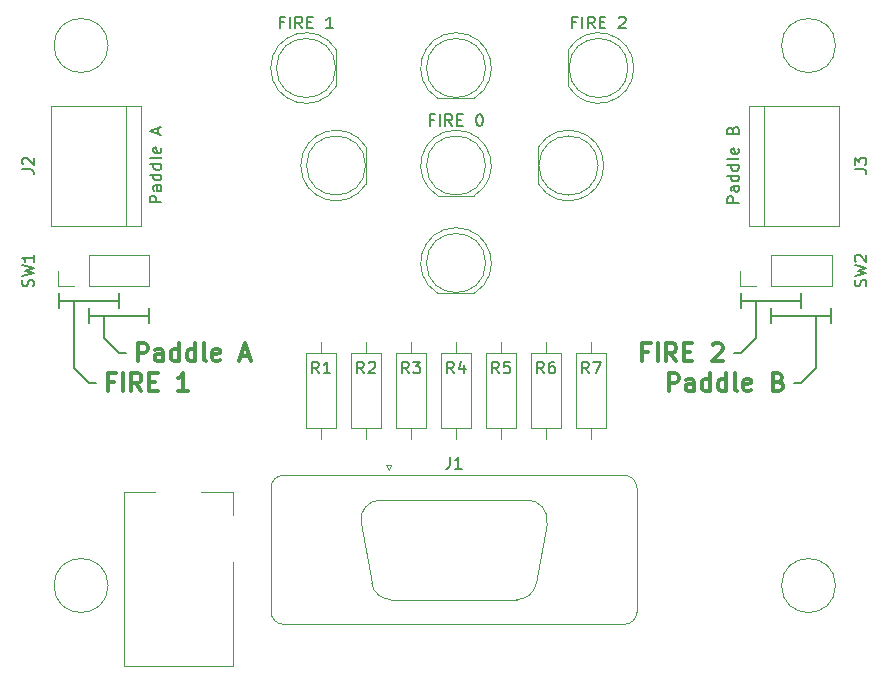
<source format=gto>
G04 #@! TF.FileFunction,Legend,Top*
%FSLAX46Y46*%
G04 Gerber Fmt 4.6, Leading zero omitted, Abs format (unit mm)*
G04 Created by KiCad (PCBNEW 4.0.7) date 11/06/18 16:24:10*
%MOMM*%
%LPD*%
G01*
G04 APERTURE LIST*
%ADD10C,0.100000*%
%ADD11C,0.200000*%
%ADD12C,0.300000*%
%ADD13C,0.120000*%
%ADD14C,0.150000*%
G04 APERTURE END LIST*
D10*
D11*
X158750000Y-90805000D02*
X158750000Y-93345000D01*
X152400000Y-92075000D02*
X151765000Y-92075000D01*
X153670000Y-90805000D02*
X152400000Y-92075000D01*
X153670000Y-87630000D02*
X153670000Y-90805000D01*
X158750000Y-88900000D02*
X158750000Y-90805000D01*
X158750000Y-93345000D02*
X157480000Y-94615000D01*
X157480000Y-94615000D02*
X156845000Y-94615000D01*
D12*
X144558572Y-91967857D02*
X144058572Y-91967857D01*
X144058572Y-92753571D02*
X144058572Y-91253571D01*
X144772858Y-91253571D01*
X145344286Y-92753571D02*
X145344286Y-91253571D01*
X146915715Y-92753571D02*
X146415715Y-92039286D01*
X146058572Y-92753571D02*
X146058572Y-91253571D01*
X146630000Y-91253571D01*
X146772858Y-91325000D01*
X146844286Y-91396429D01*
X146915715Y-91539286D01*
X146915715Y-91753571D01*
X146844286Y-91896429D01*
X146772858Y-91967857D01*
X146630000Y-92039286D01*
X146058572Y-92039286D01*
X147558572Y-91967857D02*
X148058572Y-91967857D01*
X148272858Y-92753571D02*
X147558572Y-92753571D01*
X147558572Y-91253571D01*
X148272858Y-91253571D01*
X149987143Y-91396429D02*
X150058572Y-91325000D01*
X150201429Y-91253571D01*
X150558572Y-91253571D01*
X150701429Y-91325000D01*
X150772858Y-91396429D01*
X150844286Y-91539286D01*
X150844286Y-91682143D01*
X150772858Y-91896429D01*
X149915715Y-92753571D01*
X150844286Y-92753571D01*
X146281429Y-95293571D02*
X146281429Y-93793571D01*
X146852857Y-93793571D01*
X146995715Y-93865000D01*
X147067143Y-93936429D01*
X147138572Y-94079286D01*
X147138572Y-94293571D01*
X147067143Y-94436429D01*
X146995715Y-94507857D01*
X146852857Y-94579286D01*
X146281429Y-94579286D01*
X148424286Y-95293571D02*
X148424286Y-94507857D01*
X148352857Y-94365000D01*
X148210000Y-94293571D01*
X147924286Y-94293571D01*
X147781429Y-94365000D01*
X148424286Y-95222143D02*
X148281429Y-95293571D01*
X147924286Y-95293571D01*
X147781429Y-95222143D01*
X147710000Y-95079286D01*
X147710000Y-94936429D01*
X147781429Y-94793571D01*
X147924286Y-94722143D01*
X148281429Y-94722143D01*
X148424286Y-94650714D01*
X149781429Y-95293571D02*
X149781429Y-93793571D01*
X149781429Y-95222143D02*
X149638572Y-95293571D01*
X149352858Y-95293571D01*
X149210000Y-95222143D01*
X149138572Y-95150714D01*
X149067143Y-95007857D01*
X149067143Y-94579286D01*
X149138572Y-94436429D01*
X149210000Y-94365000D01*
X149352858Y-94293571D01*
X149638572Y-94293571D01*
X149781429Y-94365000D01*
X151138572Y-95293571D02*
X151138572Y-93793571D01*
X151138572Y-95222143D02*
X150995715Y-95293571D01*
X150710001Y-95293571D01*
X150567143Y-95222143D01*
X150495715Y-95150714D01*
X150424286Y-95007857D01*
X150424286Y-94579286D01*
X150495715Y-94436429D01*
X150567143Y-94365000D01*
X150710001Y-94293571D01*
X150995715Y-94293571D01*
X151138572Y-94365000D01*
X152067144Y-95293571D02*
X151924286Y-95222143D01*
X151852858Y-95079286D01*
X151852858Y-93793571D01*
X153210000Y-95222143D02*
X153067143Y-95293571D01*
X152781429Y-95293571D01*
X152638572Y-95222143D01*
X152567143Y-95079286D01*
X152567143Y-94507857D01*
X152638572Y-94365000D01*
X152781429Y-94293571D01*
X153067143Y-94293571D01*
X153210000Y-94365000D01*
X153281429Y-94507857D01*
X153281429Y-94650714D01*
X152567143Y-94793571D01*
X155567143Y-94507857D02*
X155781429Y-94579286D01*
X155852857Y-94650714D01*
X155924286Y-94793571D01*
X155924286Y-95007857D01*
X155852857Y-95150714D01*
X155781429Y-95222143D01*
X155638571Y-95293571D01*
X155067143Y-95293571D01*
X155067143Y-93793571D01*
X155567143Y-93793571D01*
X155710000Y-93865000D01*
X155781429Y-93936429D01*
X155852857Y-94079286D01*
X155852857Y-94222143D01*
X155781429Y-94365000D01*
X155710000Y-94436429D01*
X155567143Y-94507857D01*
X155067143Y-94507857D01*
D11*
X160020000Y-88900000D02*
X160020000Y-89535000D01*
X160020000Y-88900000D02*
X160020000Y-88265000D01*
X154940000Y-88900000D02*
X160020000Y-88900000D01*
X154940000Y-88265000D02*
X154940000Y-89535000D01*
X152400000Y-86995000D02*
X152400000Y-88265000D01*
X157480000Y-87630000D02*
X157480000Y-88265000D01*
X157480000Y-87630000D02*
X157480000Y-86995000D01*
X152400000Y-87630000D02*
X157480000Y-87630000D01*
X95885000Y-93345000D02*
X95885000Y-92710000D01*
D12*
X101322143Y-92753571D02*
X101322143Y-91253571D01*
X101893571Y-91253571D01*
X102036429Y-91325000D01*
X102107857Y-91396429D01*
X102179286Y-91539286D01*
X102179286Y-91753571D01*
X102107857Y-91896429D01*
X102036429Y-91967857D01*
X101893571Y-92039286D01*
X101322143Y-92039286D01*
X103465000Y-92753571D02*
X103465000Y-91967857D01*
X103393571Y-91825000D01*
X103250714Y-91753571D01*
X102965000Y-91753571D01*
X102822143Y-91825000D01*
X103465000Y-92682143D02*
X103322143Y-92753571D01*
X102965000Y-92753571D01*
X102822143Y-92682143D01*
X102750714Y-92539286D01*
X102750714Y-92396429D01*
X102822143Y-92253571D01*
X102965000Y-92182143D01*
X103322143Y-92182143D01*
X103465000Y-92110714D01*
X104822143Y-92753571D02*
X104822143Y-91253571D01*
X104822143Y-92682143D02*
X104679286Y-92753571D01*
X104393572Y-92753571D01*
X104250714Y-92682143D01*
X104179286Y-92610714D01*
X104107857Y-92467857D01*
X104107857Y-92039286D01*
X104179286Y-91896429D01*
X104250714Y-91825000D01*
X104393572Y-91753571D01*
X104679286Y-91753571D01*
X104822143Y-91825000D01*
X106179286Y-92753571D02*
X106179286Y-91253571D01*
X106179286Y-92682143D02*
X106036429Y-92753571D01*
X105750715Y-92753571D01*
X105607857Y-92682143D01*
X105536429Y-92610714D01*
X105465000Y-92467857D01*
X105465000Y-92039286D01*
X105536429Y-91896429D01*
X105607857Y-91825000D01*
X105750715Y-91753571D01*
X106036429Y-91753571D01*
X106179286Y-91825000D01*
X107107858Y-92753571D02*
X106965000Y-92682143D01*
X106893572Y-92539286D01*
X106893572Y-91253571D01*
X108250714Y-92682143D02*
X108107857Y-92753571D01*
X107822143Y-92753571D01*
X107679286Y-92682143D01*
X107607857Y-92539286D01*
X107607857Y-91967857D01*
X107679286Y-91825000D01*
X107822143Y-91753571D01*
X108107857Y-91753571D01*
X108250714Y-91825000D01*
X108322143Y-91967857D01*
X108322143Y-92110714D01*
X107607857Y-92253571D01*
X110036428Y-92325000D02*
X110750714Y-92325000D01*
X109893571Y-92753571D02*
X110393571Y-91253571D01*
X110893571Y-92753571D01*
D11*
X99695000Y-92075000D02*
X100330000Y-92075000D01*
X98425000Y-90805000D02*
X99695000Y-92075000D01*
X98425000Y-88900000D02*
X98425000Y-90805000D01*
D12*
X99282143Y-94507857D02*
X98782143Y-94507857D01*
X98782143Y-95293571D02*
X98782143Y-93793571D01*
X99496429Y-93793571D01*
X100067857Y-95293571D02*
X100067857Y-93793571D01*
X101639286Y-95293571D02*
X101139286Y-94579286D01*
X100782143Y-95293571D02*
X100782143Y-93793571D01*
X101353571Y-93793571D01*
X101496429Y-93865000D01*
X101567857Y-93936429D01*
X101639286Y-94079286D01*
X101639286Y-94293571D01*
X101567857Y-94436429D01*
X101496429Y-94507857D01*
X101353571Y-94579286D01*
X100782143Y-94579286D01*
X102282143Y-94507857D02*
X102782143Y-94507857D01*
X102996429Y-95293571D02*
X102282143Y-95293571D01*
X102282143Y-93793571D01*
X102996429Y-93793571D01*
X105567857Y-95293571D02*
X104710714Y-95293571D01*
X105139286Y-95293571D02*
X105139286Y-93793571D01*
X104996429Y-94007857D01*
X104853571Y-94150714D01*
X104710714Y-94222143D01*
D11*
X97155000Y-94615000D02*
X97790000Y-94615000D01*
X95885000Y-93345000D02*
X97155000Y-94615000D01*
X95885000Y-87630000D02*
X95885000Y-92710000D01*
X102235000Y-88265000D02*
X102235000Y-89535000D01*
X102235000Y-88900000D02*
X102235000Y-88265000D01*
X97155000Y-88900000D02*
X102235000Y-88900000D01*
X97155000Y-88265000D02*
X97155000Y-89535000D01*
X94615000Y-86995000D02*
X94615000Y-88265000D01*
X99695000Y-86995000D02*
X99695000Y-88265000D01*
X94615000Y-87630000D02*
X99695000Y-87630000D01*
D13*
X128270462Y-64955000D02*
G75*
G03X126725170Y-70505000I-462J-2990000D01*
G01*
X128269538Y-64955000D02*
G75*
G02X129814830Y-70505000I462J-2990000D01*
G01*
X130770000Y-67945000D02*
G75*
G03X130770000Y-67945000I-2500000J0D01*
G01*
X126725000Y-70505000D02*
X129815000Y-70505000D01*
X128270462Y-81465000D02*
G75*
G03X126725170Y-87015000I-462J-2990000D01*
G01*
X128269538Y-81465000D02*
G75*
G02X129814830Y-87015000I462J-2990000D01*
G01*
X130770000Y-84455000D02*
G75*
G03X130770000Y-84455000I-2500000J0D01*
G01*
X126725000Y-87015000D02*
X129815000Y-87015000D01*
X115120000Y-76199538D02*
G75*
G03X120670000Y-77744830I2990000J-462D01*
G01*
X115120000Y-76200462D02*
G75*
G02X120670000Y-74655170I2990000J462D01*
G01*
X120610000Y-76200000D02*
G75*
G03X120610000Y-76200000I-2500000J0D01*
G01*
X120670000Y-77745000D02*
X120670000Y-74655000D01*
X140785000Y-76200462D02*
G75*
G03X135235000Y-74655170I-2990000J462D01*
G01*
X140785000Y-76199538D02*
G75*
G02X135235000Y-77744830I-2990000J-462D01*
G01*
X140295000Y-76200000D02*
G75*
G03X140295000Y-76200000I-2500000J0D01*
G01*
X135235000Y-74655000D02*
X135235000Y-77745000D01*
X128270462Y-73210000D02*
G75*
G03X126725170Y-78760000I-462J-2990000D01*
G01*
X128269538Y-73210000D02*
G75*
G02X129814830Y-78760000I462J-2990000D01*
G01*
X130770000Y-76200000D02*
G75*
G03X130770000Y-76200000I-2500000J0D01*
G01*
X126725000Y-78760000D02*
X129815000Y-78760000D01*
X112580000Y-67944538D02*
G75*
G03X118130000Y-69489830I2990000J-462D01*
G01*
X112580000Y-67945462D02*
G75*
G02X118130000Y-66400170I2990000J462D01*
G01*
X118070000Y-67945000D02*
G75*
G03X118070000Y-67945000I-2500000J0D01*
G01*
X118130000Y-69490000D02*
X118130000Y-66400000D01*
X143325000Y-67945462D02*
G75*
G03X137775000Y-66400170I-2990000J462D01*
G01*
X143325000Y-67944538D02*
G75*
G02X137775000Y-69489830I-2990000J-462D01*
G01*
X142835000Y-67945000D02*
G75*
G03X142835000Y-67945000I-2500000J0D01*
G01*
X137775000Y-66400000D02*
X137775000Y-69490000D01*
X113670000Y-102425000D02*
G75*
G03X112610000Y-103485000I0J-1060000D01*
G01*
X143580000Y-103485000D02*
G75*
G03X142520000Y-102425000I-1060000J0D01*
G01*
X113670000Y-115045000D02*
G75*
G02X112610000Y-113985000I0J1060000D01*
G01*
X142520000Y-115045000D02*
G75*
G03X143580000Y-113985000I0J1060000D01*
G01*
X120228530Y-106473256D02*
G75*
G02X121863311Y-104525000I1634781J288256D01*
G01*
X135961470Y-106473256D02*
G75*
G03X134326689Y-104525000I-1634781J288256D01*
G01*
X121127798Y-111573256D02*
G75*
G03X122762579Y-112945000I1634781J288256D01*
G01*
X135062202Y-111573256D02*
G75*
G02X133427421Y-112945000I-1634781J288256D01*
G01*
X113670000Y-102425000D02*
X142520000Y-102425000D01*
X143580000Y-103485000D02*
X143580000Y-113985000D01*
X142520000Y-115045000D02*
X113670000Y-115045000D01*
X112610000Y-113985000D02*
X112610000Y-103485000D01*
X122305000Y-101530662D02*
X122805000Y-101530662D01*
X122805000Y-101530662D02*
X122555000Y-101963675D01*
X122555000Y-101963675D02*
X122305000Y-101530662D01*
X121863311Y-104525000D02*
X134326689Y-104525000D01*
X122762579Y-112945000D02*
X133427421Y-112945000D01*
X135961470Y-106473256D02*
X135062202Y-111573256D01*
X120228530Y-106473256D02*
X121127798Y-111573256D01*
X109375000Y-109775000D02*
X109375000Y-118575000D01*
X109375000Y-118575000D02*
X100175000Y-118575000D01*
X106675000Y-103875000D02*
X109375000Y-103875000D01*
X109375000Y-103875000D02*
X109375000Y-105775000D01*
X100175000Y-118575000D02*
X100175000Y-103875000D01*
X100175000Y-103875000D02*
X102775000Y-103875000D01*
X98806000Y-66040000D02*
G75*
G03X98806000Y-66040000I-2286000J0D01*
G01*
X160401000Y-66040000D02*
G75*
G03X160401000Y-66040000I-2286000J0D01*
G01*
X160401000Y-111760000D02*
G75*
G03X160401000Y-111760000I-2286000J0D01*
G01*
X98806000Y-111760000D02*
G75*
G03X98806000Y-111760000I-2286000J0D01*
G01*
X118150000Y-92040000D02*
X115530000Y-92040000D01*
X115530000Y-92040000D02*
X115530000Y-98460000D01*
X115530000Y-98460000D02*
X118150000Y-98460000D01*
X118150000Y-98460000D02*
X118150000Y-92040000D01*
X116840000Y-91150000D02*
X116840000Y-92040000D01*
X116840000Y-99350000D02*
X116840000Y-98460000D01*
X121960000Y-92040000D02*
X119340000Y-92040000D01*
X119340000Y-92040000D02*
X119340000Y-98460000D01*
X119340000Y-98460000D02*
X121960000Y-98460000D01*
X121960000Y-98460000D02*
X121960000Y-92040000D01*
X120650000Y-91150000D02*
X120650000Y-92040000D01*
X120650000Y-99350000D02*
X120650000Y-98460000D01*
X125770000Y-92040000D02*
X123150000Y-92040000D01*
X123150000Y-92040000D02*
X123150000Y-98460000D01*
X123150000Y-98460000D02*
X125770000Y-98460000D01*
X125770000Y-98460000D02*
X125770000Y-92040000D01*
X124460000Y-91150000D02*
X124460000Y-92040000D01*
X124460000Y-99350000D02*
X124460000Y-98460000D01*
X129580000Y-92040000D02*
X126960000Y-92040000D01*
X126960000Y-92040000D02*
X126960000Y-98460000D01*
X126960000Y-98460000D02*
X129580000Y-98460000D01*
X129580000Y-98460000D02*
X129580000Y-92040000D01*
X128270000Y-91150000D02*
X128270000Y-92040000D01*
X128270000Y-99350000D02*
X128270000Y-98460000D01*
X133390000Y-92040000D02*
X130770000Y-92040000D01*
X130770000Y-92040000D02*
X130770000Y-98460000D01*
X130770000Y-98460000D02*
X133390000Y-98460000D01*
X133390000Y-98460000D02*
X133390000Y-92040000D01*
X132080000Y-91150000D02*
X132080000Y-92040000D01*
X132080000Y-99350000D02*
X132080000Y-98460000D01*
X137200000Y-92040000D02*
X134580000Y-92040000D01*
X134580000Y-92040000D02*
X134580000Y-98460000D01*
X134580000Y-98460000D02*
X137200000Y-98460000D01*
X137200000Y-98460000D02*
X137200000Y-92040000D01*
X135890000Y-91150000D02*
X135890000Y-92040000D01*
X135890000Y-99350000D02*
X135890000Y-98460000D01*
X141010000Y-92040000D02*
X138390000Y-92040000D01*
X138390000Y-92040000D02*
X138390000Y-98460000D01*
X138390000Y-98460000D02*
X141010000Y-98460000D01*
X141010000Y-98460000D02*
X141010000Y-92040000D01*
X139700000Y-91150000D02*
X139700000Y-92040000D01*
X139700000Y-99350000D02*
X139700000Y-98460000D01*
X102295000Y-86420000D02*
X102295000Y-83760000D01*
X97155000Y-86420000D02*
X102295000Y-86420000D01*
X97155000Y-83760000D02*
X102295000Y-83760000D01*
X97155000Y-86420000D02*
X97155000Y-83760000D01*
X95885000Y-86420000D02*
X94555000Y-86420000D01*
X94555000Y-86420000D02*
X94555000Y-85090000D01*
X160080000Y-86420000D02*
X160080000Y-83760000D01*
X154940000Y-86420000D02*
X160080000Y-86420000D01*
X154940000Y-83760000D02*
X160080000Y-83760000D01*
X154940000Y-86420000D02*
X154940000Y-83760000D01*
X153670000Y-86420000D02*
X152340000Y-86420000D01*
X152340000Y-86420000D02*
X152340000Y-85090000D01*
X100330000Y-71120000D02*
X100330000Y-81280000D01*
X101600000Y-71120000D02*
X93980000Y-71120000D01*
X93980000Y-71120000D02*
X93980000Y-81280000D01*
X93980000Y-81280000D02*
X101600000Y-81280000D01*
X101600000Y-81280000D02*
X101600000Y-71120000D01*
X154305000Y-81280000D02*
X154305000Y-71120000D01*
X153035000Y-81280000D02*
X160655000Y-81280000D01*
X160655000Y-81280000D02*
X160655000Y-71120000D01*
X160655000Y-71120000D02*
X153035000Y-71120000D01*
X153035000Y-71120000D02*
X153035000Y-81280000D01*
D14*
X126365239Y-72318571D02*
X126031905Y-72318571D01*
X126031905Y-72842381D02*
X126031905Y-71842381D01*
X126508096Y-71842381D01*
X126889048Y-72842381D02*
X126889048Y-71842381D01*
X127936667Y-72842381D02*
X127603333Y-72366190D01*
X127365238Y-72842381D02*
X127365238Y-71842381D01*
X127746191Y-71842381D01*
X127841429Y-71890000D01*
X127889048Y-71937619D01*
X127936667Y-72032857D01*
X127936667Y-72175714D01*
X127889048Y-72270952D01*
X127841429Y-72318571D01*
X127746191Y-72366190D01*
X127365238Y-72366190D01*
X128365238Y-72318571D02*
X128698572Y-72318571D01*
X128841429Y-72842381D02*
X128365238Y-72842381D01*
X128365238Y-71842381D01*
X128841429Y-71842381D01*
X130222381Y-71842381D02*
X130317620Y-71842381D01*
X130412858Y-71890000D01*
X130460477Y-71937619D01*
X130508096Y-72032857D01*
X130555715Y-72223333D01*
X130555715Y-72461429D01*
X130508096Y-72651905D01*
X130460477Y-72747143D01*
X130412858Y-72794762D01*
X130317620Y-72842381D01*
X130222381Y-72842381D01*
X130127143Y-72794762D01*
X130079524Y-72747143D01*
X130031905Y-72651905D01*
X129984286Y-72461429D01*
X129984286Y-72223333D01*
X130031905Y-72032857D01*
X130079524Y-71937619D01*
X130127143Y-71890000D01*
X130222381Y-71842381D01*
X113665239Y-64063571D02*
X113331905Y-64063571D01*
X113331905Y-64587381D02*
X113331905Y-63587381D01*
X113808096Y-63587381D01*
X114189048Y-64587381D02*
X114189048Y-63587381D01*
X115236667Y-64587381D02*
X114903333Y-64111190D01*
X114665238Y-64587381D02*
X114665238Y-63587381D01*
X115046191Y-63587381D01*
X115141429Y-63635000D01*
X115189048Y-63682619D01*
X115236667Y-63777857D01*
X115236667Y-63920714D01*
X115189048Y-64015952D01*
X115141429Y-64063571D01*
X115046191Y-64111190D01*
X114665238Y-64111190D01*
X115665238Y-64063571D02*
X115998572Y-64063571D01*
X116141429Y-64587381D02*
X115665238Y-64587381D01*
X115665238Y-63587381D01*
X116141429Y-63587381D01*
X117855715Y-64587381D02*
X117284286Y-64587381D01*
X117570000Y-64587381D02*
X117570000Y-63587381D01*
X117474762Y-63730238D01*
X117379524Y-63825476D01*
X117284286Y-63873095D01*
X138430239Y-64063571D02*
X138096905Y-64063571D01*
X138096905Y-64587381D02*
X138096905Y-63587381D01*
X138573096Y-63587381D01*
X138954048Y-64587381D02*
X138954048Y-63587381D01*
X140001667Y-64587381D02*
X139668333Y-64111190D01*
X139430238Y-64587381D02*
X139430238Y-63587381D01*
X139811191Y-63587381D01*
X139906429Y-63635000D01*
X139954048Y-63682619D01*
X140001667Y-63777857D01*
X140001667Y-63920714D01*
X139954048Y-64015952D01*
X139906429Y-64063571D01*
X139811191Y-64111190D01*
X139430238Y-64111190D01*
X140430238Y-64063571D02*
X140763572Y-64063571D01*
X140906429Y-64587381D02*
X140430238Y-64587381D01*
X140430238Y-63587381D01*
X140906429Y-63587381D01*
X142049286Y-63682619D02*
X142096905Y-63635000D01*
X142192143Y-63587381D01*
X142430239Y-63587381D01*
X142525477Y-63635000D01*
X142573096Y-63682619D01*
X142620715Y-63777857D01*
X142620715Y-63873095D01*
X142573096Y-64015952D01*
X142001667Y-64587381D01*
X142620715Y-64587381D01*
X127761667Y-100877381D02*
X127761667Y-101591667D01*
X127714047Y-101734524D01*
X127618809Y-101829762D01*
X127475952Y-101877381D01*
X127380714Y-101877381D01*
X128761667Y-101877381D02*
X128190238Y-101877381D01*
X128475952Y-101877381D02*
X128475952Y-100877381D01*
X128380714Y-101020238D01*
X128285476Y-101115476D01*
X128190238Y-101163095D01*
X116673334Y-93797381D02*
X116340000Y-93321190D01*
X116101905Y-93797381D02*
X116101905Y-92797381D01*
X116482858Y-92797381D01*
X116578096Y-92845000D01*
X116625715Y-92892619D01*
X116673334Y-92987857D01*
X116673334Y-93130714D01*
X116625715Y-93225952D01*
X116578096Y-93273571D01*
X116482858Y-93321190D01*
X116101905Y-93321190D01*
X117625715Y-93797381D02*
X117054286Y-93797381D01*
X117340000Y-93797381D02*
X117340000Y-92797381D01*
X117244762Y-92940238D01*
X117149524Y-93035476D01*
X117054286Y-93083095D01*
X120483334Y-93797381D02*
X120150000Y-93321190D01*
X119911905Y-93797381D02*
X119911905Y-92797381D01*
X120292858Y-92797381D01*
X120388096Y-92845000D01*
X120435715Y-92892619D01*
X120483334Y-92987857D01*
X120483334Y-93130714D01*
X120435715Y-93225952D01*
X120388096Y-93273571D01*
X120292858Y-93321190D01*
X119911905Y-93321190D01*
X120864286Y-92892619D02*
X120911905Y-92845000D01*
X121007143Y-92797381D01*
X121245239Y-92797381D01*
X121340477Y-92845000D01*
X121388096Y-92892619D01*
X121435715Y-92987857D01*
X121435715Y-93083095D01*
X121388096Y-93225952D01*
X120816667Y-93797381D01*
X121435715Y-93797381D01*
X124293334Y-93797381D02*
X123960000Y-93321190D01*
X123721905Y-93797381D02*
X123721905Y-92797381D01*
X124102858Y-92797381D01*
X124198096Y-92845000D01*
X124245715Y-92892619D01*
X124293334Y-92987857D01*
X124293334Y-93130714D01*
X124245715Y-93225952D01*
X124198096Y-93273571D01*
X124102858Y-93321190D01*
X123721905Y-93321190D01*
X124626667Y-92797381D02*
X125245715Y-92797381D01*
X124912381Y-93178333D01*
X125055239Y-93178333D01*
X125150477Y-93225952D01*
X125198096Y-93273571D01*
X125245715Y-93368810D01*
X125245715Y-93606905D01*
X125198096Y-93702143D01*
X125150477Y-93749762D01*
X125055239Y-93797381D01*
X124769524Y-93797381D01*
X124674286Y-93749762D01*
X124626667Y-93702143D01*
X128103334Y-93797381D02*
X127770000Y-93321190D01*
X127531905Y-93797381D02*
X127531905Y-92797381D01*
X127912858Y-92797381D01*
X128008096Y-92845000D01*
X128055715Y-92892619D01*
X128103334Y-92987857D01*
X128103334Y-93130714D01*
X128055715Y-93225952D01*
X128008096Y-93273571D01*
X127912858Y-93321190D01*
X127531905Y-93321190D01*
X128960477Y-93130714D02*
X128960477Y-93797381D01*
X128722381Y-92749762D02*
X128484286Y-93464048D01*
X129103334Y-93464048D01*
X131913334Y-93797381D02*
X131580000Y-93321190D01*
X131341905Y-93797381D02*
X131341905Y-92797381D01*
X131722858Y-92797381D01*
X131818096Y-92845000D01*
X131865715Y-92892619D01*
X131913334Y-92987857D01*
X131913334Y-93130714D01*
X131865715Y-93225952D01*
X131818096Y-93273571D01*
X131722858Y-93321190D01*
X131341905Y-93321190D01*
X132818096Y-92797381D02*
X132341905Y-92797381D01*
X132294286Y-93273571D01*
X132341905Y-93225952D01*
X132437143Y-93178333D01*
X132675239Y-93178333D01*
X132770477Y-93225952D01*
X132818096Y-93273571D01*
X132865715Y-93368810D01*
X132865715Y-93606905D01*
X132818096Y-93702143D01*
X132770477Y-93749762D01*
X132675239Y-93797381D01*
X132437143Y-93797381D01*
X132341905Y-93749762D01*
X132294286Y-93702143D01*
X135723334Y-93797381D02*
X135390000Y-93321190D01*
X135151905Y-93797381D02*
X135151905Y-92797381D01*
X135532858Y-92797381D01*
X135628096Y-92845000D01*
X135675715Y-92892619D01*
X135723334Y-92987857D01*
X135723334Y-93130714D01*
X135675715Y-93225952D01*
X135628096Y-93273571D01*
X135532858Y-93321190D01*
X135151905Y-93321190D01*
X136580477Y-92797381D02*
X136390000Y-92797381D01*
X136294762Y-92845000D01*
X136247143Y-92892619D01*
X136151905Y-93035476D01*
X136104286Y-93225952D01*
X136104286Y-93606905D01*
X136151905Y-93702143D01*
X136199524Y-93749762D01*
X136294762Y-93797381D01*
X136485239Y-93797381D01*
X136580477Y-93749762D01*
X136628096Y-93702143D01*
X136675715Y-93606905D01*
X136675715Y-93368810D01*
X136628096Y-93273571D01*
X136580477Y-93225952D01*
X136485239Y-93178333D01*
X136294762Y-93178333D01*
X136199524Y-93225952D01*
X136151905Y-93273571D01*
X136104286Y-93368810D01*
X139533334Y-93797381D02*
X139200000Y-93321190D01*
X138961905Y-93797381D02*
X138961905Y-92797381D01*
X139342858Y-92797381D01*
X139438096Y-92845000D01*
X139485715Y-92892619D01*
X139533334Y-92987857D01*
X139533334Y-93130714D01*
X139485715Y-93225952D01*
X139438096Y-93273571D01*
X139342858Y-93321190D01*
X138961905Y-93321190D01*
X139866667Y-92797381D02*
X140533334Y-92797381D01*
X140104762Y-93797381D01*
X92479762Y-86423333D02*
X92527381Y-86280476D01*
X92527381Y-86042380D01*
X92479762Y-85947142D01*
X92432143Y-85899523D01*
X92336905Y-85851904D01*
X92241667Y-85851904D01*
X92146429Y-85899523D01*
X92098810Y-85947142D01*
X92051190Y-86042380D01*
X92003571Y-86232857D01*
X91955952Y-86328095D01*
X91908333Y-86375714D01*
X91813095Y-86423333D01*
X91717857Y-86423333D01*
X91622619Y-86375714D01*
X91575000Y-86328095D01*
X91527381Y-86232857D01*
X91527381Y-85994761D01*
X91575000Y-85851904D01*
X91527381Y-85518571D02*
X92527381Y-85280476D01*
X91813095Y-85089999D01*
X92527381Y-84899523D01*
X91527381Y-84661428D01*
X92527381Y-83756666D02*
X92527381Y-84328095D01*
X92527381Y-84042381D02*
X91527381Y-84042381D01*
X91670238Y-84137619D01*
X91765476Y-84232857D01*
X91813095Y-84328095D01*
X162964762Y-86423333D02*
X163012381Y-86280476D01*
X163012381Y-86042380D01*
X162964762Y-85947142D01*
X162917143Y-85899523D01*
X162821905Y-85851904D01*
X162726667Y-85851904D01*
X162631429Y-85899523D01*
X162583810Y-85947142D01*
X162536190Y-86042380D01*
X162488571Y-86232857D01*
X162440952Y-86328095D01*
X162393333Y-86375714D01*
X162298095Y-86423333D01*
X162202857Y-86423333D01*
X162107619Y-86375714D01*
X162060000Y-86328095D01*
X162012381Y-86232857D01*
X162012381Y-85994761D01*
X162060000Y-85851904D01*
X162012381Y-85518571D02*
X163012381Y-85280476D01*
X162298095Y-85089999D01*
X163012381Y-84899523D01*
X162012381Y-84661428D01*
X162107619Y-84328095D02*
X162060000Y-84280476D01*
X162012381Y-84185238D01*
X162012381Y-83947142D01*
X162060000Y-83851904D01*
X162107619Y-83804285D01*
X162202857Y-83756666D01*
X162298095Y-83756666D01*
X162440952Y-83804285D01*
X163012381Y-84375714D01*
X163012381Y-83756666D01*
X91527381Y-76533333D02*
X92241667Y-76533333D01*
X92384524Y-76580953D01*
X92479762Y-76676191D01*
X92527381Y-76819048D01*
X92527381Y-76914286D01*
X91622619Y-76104762D02*
X91575000Y-76057143D01*
X91527381Y-75961905D01*
X91527381Y-75723809D01*
X91575000Y-75628571D01*
X91622619Y-75580952D01*
X91717857Y-75533333D01*
X91813095Y-75533333D01*
X91955952Y-75580952D01*
X92527381Y-76152381D01*
X92527381Y-75533333D01*
X103322381Y-79319048D02*
X102322381Y-79319048D01*
X102322381Y-78938095D01*
X102370000Y-78842857D01*
X102417619Y-78795238D01*
X102512857Y-78747619D01*
X102655714Y-78747619D01*
X102750952Y-78795238D01*
X102798571Y-78842857D01*
X102846190Y-78938095D01*
X102846190Y-79319048D01*
X103322381Y-77890476D02*
X102798571Y-77890476D01*
X102703333Y-77938095D01*
X102655714Y-78033333D01*
X102655714Y-78223810D01*
X102703333Y-78319048D01*
X103274762Y-77890476D02*
X103322381Y-77985714D01*
X103322381Y-78223810D01*
X103274762Y-78319048D01*
X103179524Y-78366667D01*
X103084286Y-78366667D01*
X102989048Y-78319048D01*
X102941429Y-78223810D01*
X102941429Y-77985714D01*
X102893810Y-77890476D01*
X103322381Y-76985714D02*
X102322381Y-76985714D01*
X103274762Y-76985714D02*
X103322381Y-77080952D01*
X103322381Y-77271429D01*
X103274762Y-77366667D01*
X103227143Y-77414286D01*
X103131905Y-77461905D01*
X102846190Y-77461905D01*
X102750952Y-77414286D01*
X102703333Y-77366667D01*
X102655714Y-77271429D01*
X102655714Y-77080952D01*
X102703333Y-76985714D01*
X103322381Y-76080952D02*
X102322381Y-76080952D01*
X103274762Y-76080952D02*
X103322381Y-76176190D01*
X103322381Y-76366667D01*
X103274762Y-76461905D01*
X103227143Y-76509524D01*
X103131905Y-76557143D01*
X102846190Y-76557143D01*
X102750952Y-76509524D01*
X102703333Y-76461905D01*
X102655714Y-76366667D01*
X102655714Y-76176190D01*
X102703333Y-76080952D01*
X103322381Y-75461905D02*
X103274762Y-75557143D01*
X103179524Y-75604762D01*
X102322381Y-75604762D01*
X103274762Y-74699999D02*
X103322381Y-74795237D01*
X103322381Y-74985714D01*
X103274762Y-75080952D01*
X103179524Y-75128571D01*
X102798571Y-75128571D01*
X102703333Y-75080952D01*
X102655714Y-74985714D01*
X102655714Y-74795237D01*
X102703333Y-74699999D01*
X102798571Y-74652380D01*
X102893810Y-74652380D01*
X102989048Y-75128571D01*
X103036667Y-73509523D02*
X103036667Y-73033332D01*
X103322381Y-73604761D02*
X102322381Y-73271428D01*
X103322381Y-72938094D01*
X162012381Y-76533333D02*
X162726667Y-76533333D01*
X162869524Y-76580953D01*
X162964762Y-76676191D01*
X163012381Y-76819048D01*
X163012381Y-76914286D01*
X162012381Y-76152381D02*
X162012381Y-75533333D01*
X162393333Y-75866667D01*
X162393333Y-75723809D01*
X162440952Y-75628571D01*
X162488571Y-75580952D01*
X162583810Y-75533333D01*
X162821905Y-75533333D01*
X162917143Y-75580952D01*
X162964762Y-75628571D01*
X163012381Y-75723809D01*
X163012381Y-76009524D01*
X162964762Y-76104762D01*
X162917143Y-76152381D01*
X152217381Y-79390477D02*
X151217381Y-79390477D01*
X151217381Y-79009524D01*
X151265000Y-78914286D01*
X151312619Y-78866667D01*
X151407857Y-78819048D01*
X151550714Y-78819048D01*
X151645952Y-78866667D01*
X151693571Y-78914286D01*
X151741190Y-79009524D01*
X151741190Y-79390477D01*
X152217381Y-77961905D02*
X151693571Y-77961905D01*
X151598333Y-78009524D01*
X151550714Y-78104762D01*
X151550714Y-78295239D01*
X151598333Y-78390477D01*
X152169762Y-77961905D02*
X152217381Y-78057143D01*
X152217381Y-78295239D01*
X152169762Y-78390477D01*
X152074524Y-78438096D01*
X151979286Y-78438096D01*
X151884048Y-78390477D01*
X151836429Y-78295239D01*
X151836429Y-78057143D01*
X151788810Y-77961905D01*
X152217381Y-77057143D02*
X151217381Y-77057143D01*
X152169762Y-77057143D02*
X152217381Y-77152381D01*
X152217381Y-77342858D01*
X152169762Y-77438096D01*
X152122143Y-77485715D01*
X152026905Y-77533334D01*
X151741190Y-77533334D01*
X151645952Y-77485715D01*
X151598333Y-77438096D01*
X151550714Y-77342858D01*
X151550714Y-77152381D01*
X151598333Y-77057143D01*
X152217381Y-76152381D02*
X151217381Y-76152381D01*
X152169762Y-76152381D02*
X152217381Y-76247619D01*
X152217381Y-76438096D01*
X152169762Y-76533334D01*
X152122143Y-76580953D01*
X152026905Y-76628572D01*
X151741190Y-76628572D01*
X151645952Y-76580953D01*
X151598333Y-76533334D01*
X151550714Y-76438096D01*
X151550714Y-76247619D01*
X151598333Y-76152381D01*
X152217381Y-75533334D02*
X152169762Y-75628572D01*
X152074524Y-75676191D01*
X151217381Y-75676191D01*
X152169762Y-74771428D02*
X152217381Y-74866666D01*
X152217381Y-75057143D01*
X152169762Y-75152381D01*
X152074524Y-75200000D01*
X151693571Y-75200000D01*
X151598333Y-75152381D01*
X151550714Y-75057143D01*
X151550714Y-74866666D01*
X151598333Y-74771428D01*
X151693571Y-74723809D01*
X151788810Y-74723809D01*
X151884048Y-75200000D01*
X151693571Y-73199999D02*
X151741190Y-73057142D01*
X151788810Y-73009523D01*
X151884048Y-72961904D01*
X152026905Y-72961904D01*
X152122143Y-73009523D01*
X152169762Y-73057142D01*
X152217381Y-73152380D01*
X152217381Y-73533333D01*
X151217381Y-73533333D01*
X151217381Y-73199999D01*
X151265000Y-73104761D01*
X151312619Y-73057142D01*
X151407857Y-73009523D01*
X151503095Y-73009523D01*
X151598333Y-73057142D01*
X151645952Y-73104761D01*
X151693571Y-73199999D01*
X151693571Y-73533333D01*
M02*

</source>
